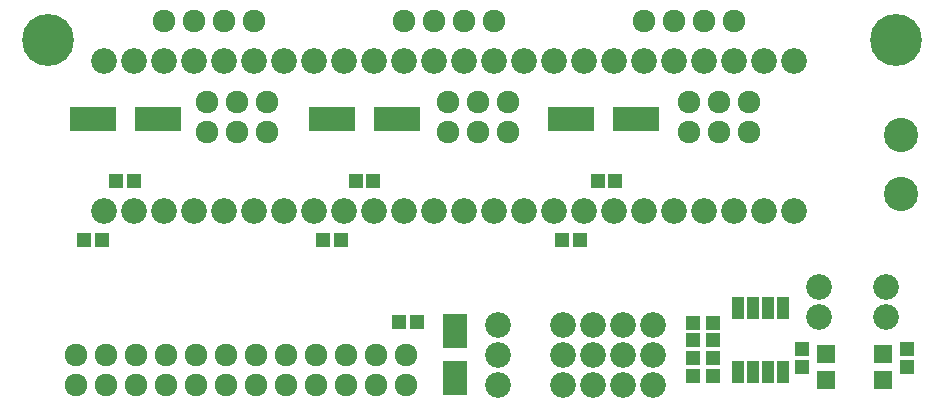
<source format=gts>
G04 #@! TF.FileFunction,Soldermask,Top*
%FSLAX46Y46*%
G04 Gerber Fmt 4.6, Leading zero omitted, Abs format (unit mm)*
G04 Created by KiCad (PCBNEW 4.0.2-stable) date 12/31/2017 6:43:37 PM*
%MOMM*%
G01*
G04 APERTURE LIST*
%ADD10C,0.100000*%
%ADD11C,2.178000*%
%ADD12R,1.600000X1.600000*%
%ADD13O,1.924000X1.924000*%
%ADD14R,1.300000X1.200000*%
%ADD15R,1.200000X1.300000*%
%ADD16R,1.000000X1.950000*%
%ADD17R,3.999180X2.000200*%
%ADD18C,2.900000*%
%ADD19C,1.924000*%
%ADD20C,4.400000*%
%ADD21R,2.100000X2.900000*%
G04 APERTURE END LIST*
D10*
D11*
X172684800Y-122606600D03*
X172684800Y-125146600D03*
X172684800Y-127686600D03*
X180000000Y-112980000D03*
X182540000Y-112980000D03*
X185080000Y-112980000D03*
X187620000Y-112980000D03*
X190160000Y-112980000D03*
X192700000Y-112980000D03*
X195240000Y-112980000D03*
X197780000Y-112980000D03*
X197780000Y-100280000D03*
X195240000Y-100280000D03*
X192700000Y-100280000D03*
X190160000Y-100280000D03*
X187620000Y-100280000D03*
X185080000Y-100280000D03*
X182540000Y-100280000D03*
X180000000Y-100280000D03*
X159680000Y-112980000D03*
X162220000Y-112980000D03*
X164760000Y-112980000D03*
X167300000Y-112980000D03*
X169840000Y-112980000D03*
X172380000Y-112980000D03*
X174920000Y-112980000D03*
X177460000Y-112980000D03*
X177460000Y-100280000D03*
X174920000Y-100280000D03*
X172380000Y-100280000D03*
X169840000Y-100280000D03*
X167300000Y-100280000D03*
X164760000Y-100280000D03*
X162220000Y-100280000D03*
X159680000Y-100280000D03*
D12*
X200450000Y-127250000D03*
X200450000Y-125050000D03*
X205300000Y-127250000D03*
X205300000Y-125050000D03*
D13*
X188860000Y-106270000D03*
X188860000Y-103730000D03*
X191400000Y-106270000D03*
X191400000Y-103730000D03*
X193940000Y-106270000D03*
X193940000Y-103730000D03*
X168510000Y-106270000D03*
X168510000Y-103730000D03*
X171050000Y-106270000D03*
X171050000Y-103730000D03*
X173590000Y-106270000D03*
X173590000Y-103730000D03*
X148110000Y-106270000D03*
X148110000Y-103730000D03*
X150650000Y-106270000D03*
X150650000Y-103730000D03*
X153190000Y-106270000D03*
X153190000Y-103730000D03*
X185080000Y-96851000D03*
X187620000Y-96851000D03*
X190160000Y-96851000D03*
X192700000Y-96851000D03*
X164760000Y-96851000D03*
X167300000Y-96851000D03*
X169840000Y-96851000D03*
X172380000Y-96851000D03*
X144440000Y-96851000D03*
X146980000Y-96851000D03*
X149520000Y-96851000D03*
X152060000Y-96851000D03*
D14*
X190950000Y-125400000D03*
X190950000Y-126900000D03*
X189200000Y-125400000D03*
X189200000Y-126900000D03*
X190950000Y-122400000D03*
X190950000Y-123900000D03*
X189200000Y-122400000D03*
X189200000Y-123900000D03*
X198450000Y-124650000D03*
X198450000Y-126150000D03*
X207300000Y-124650000D03*
X207300000Y-126150000D03*
D15*
X181150000Y-110450000D03*
X182650000Y-110450000D03*
X160650000Y-110450000D03*
X162150000Y-110450000D03*
X140400000Y-110450000D03*
X141900000Y-110450000D03*
X178150000Y-115450000D03*
X179650000Y-115450000D03*
X157900000Y-115450000D03*
X159400000Y-115450000D03*
X137650000Y-115450000D03*
X139150000Y-115450000D03*
D16*
X193045000Y-126600000D03*
X194315000Y-126600000D03*
X195585000Y-126600000D03*
X196855000Y-126600000D03*
X196855000Y-121200000D03*
X195585000Y-121200000D03*
X194315000Y-121200000D03*
X193045000Y-121200000D03*
D11*
X139360000Y-112980000D03*
X141900000Y-112980000D03*
X144440000Y-112980000D03*
X146980000Y-112980000D03*
X149520000Y-112980000D03*
X152060000Y-112980000D03*
X154600000Y-112980000D03*
X157140000Y-112980000D03*
X157140000Y-100280000D03*
X154600000Y-100280000D03*
X152060000Y-100280000D03*
X149520000Y-100280000D03*
X146980000Y-100280000D03*
X144440000Y-100280000D03*
X141900000Y-100280000D03*
X139360000Y-100280000D03*
D17*
X178899180Y-105200000D03*
X184400820Y-105200000D03*
X158649180Y-105200000D03*
X164150820Y-105200000D03*
X138399180Y-105200000D03*
X143900820Y-105200000D03*
D18*
X206800000Y-111500000D03*
X206800000Y-106500000D03*
D19*
X136947000Y-125172000D03*
X136947000Y-127712000D03*
X139487000Y-127712000D03*
X139487000Y-125172000D03*
X142027000Y-127712000D03*
X142027000Y-125172000D03*
X144567000Y-127712000D03*
X144567000Y-125172000D03*
X147107000Y-127712000D03*
X147107000Y-125172000D03*
X149647000Y-127712000D03*
X149647000Y-125172000D03*
X152187000Y-127712000D03*
X152187000Y-125172000D03*
X154727000Y-127712000D03*
X154727000Y-125172000D03*
X157267000Y-127712000D03*
X157267000Y-125172000D03*
X159807000Y-127712000D03*
X159807000Y-125172000D03*
X162347000Y-127712000D03*
X162347000Y-125172000D03*
X164887000Y-127712000D03*
X164887000Y-125172000D03*
D20*
X134650000Y-98450000D03*
X206400000Y-98450000D03*
D15*
X164363060Y-122370380D03*
X165863060Y-122370380D03*
D11*
X199850000Y-119410000D03*
X199850000Y-121950000D03*
X205550000Y-119410000D03*
X205550000Y-121950000D03*
X178196600Y-122632000D03*
X180736600Y-122632000D03*
X183276600Y-122632000D03*
X185816600Y-122632000D03*
D21*
X169078000Y-127121200D03*
X169078000Y-123121200D03*
D11*
X178196600Y-127720000D03*
X178196600Y-125180000D03*
X180736600Y-127720000D03*
X180736600Y-125180000D03*
X183276600Y-127720000D03*
X183276600Y-125180000D03*
X185816600Y-127720000D03*
X185816600Y-125180000D03*
M02*

</source>
